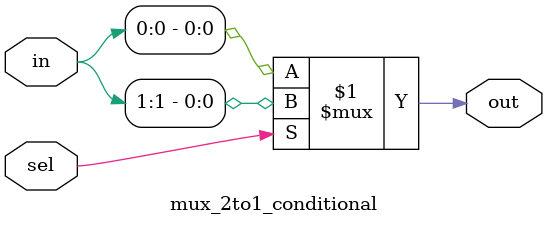
<source format=v>
/********************************************************************************************
Description: 2 to 1 mux using conditional operator
*********************************************************************************************/

module mux_2to1_conditional(
	input	[1:0]	in,
    input			sel,
	output			out
);

	assign	out = sel ? in[1] : in [0];

endmodule


</source>
